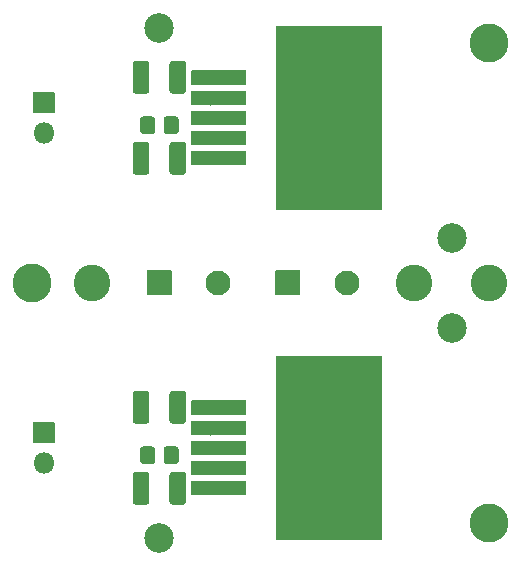
<source format=gbr>
%TF.GenerationSoftware,KiCad,Pcbnew,(5.1.7)-1*%
%TF.CreationDate,2021-01-12T16:04:50+01:00*%
%TF.ProjectId,TheDrut_2,54686544-7275-4745-9f32-2e6b69636164,rev?*%
%TF.SameCoordinates,Original*%
%TF.FileFunction,Soldermask,Top*%
%TF.FilePolarity,Negative*%
%FSLAX46Y46*%
G04 Gerber Fmt 4.6, Leading zero omitted, Abs format (unit mm)*
G04 Created by KiCad (PCBNEW (5.1.7)-1) date 2021-01-12 16:04:50*
%MOMM*%
%LPD*%
G01*
G04 APERTURE LIST*
%ADD10C,3.100000*%
%ADD11C,3.300000*%
%ADD12C,2.100000*%
%ADD13C,2.500000*%
%ADD14O,1.800000X1.800000*%
%ADD15C,1.300000*%
%ADD16C,1.200000*%
G04 APERTURE END LIST*
G36*
G01*
X94400000Y-63892864D02*
X94400000Y-66155136D01*
G75*
G02*
X94131136Y-66424000I-268864J0D01*
G01*
X93243864Y-66424000D01*
G75*
G02*
X92975000Y-66155136I0J268864D01*
G01*
X92975000Y-63892864D01*
G75*
G02*
X93243864Y-63624000I268864J0D01*
G01*
X94131136Y-63624000D01*
G75*
G02*
X94400000Y-63892864I0J-268864D01*
G01*
G37*
G36*
G01*
X97525000Y-63892864D02*
X97525000Y-66155136D01*
G75*
G02*
X97256136Y-66424000I-268864J0D01*
G01*
X96368864Y-66424000D01*
G75*
G02*
X96100000Y-66155136I0J268864D01*
G01*
X96100000Y-63892864D01*
G75*
G02*
X96368864Y-63624000I268864J0D01*
G01*
X97256136Y-63624000D01*
G75*
G02*
X97525000Y-63892864I0J-268864D01*
G01*
G37*
G36*
G01*
X97920000Y-58745000D02*
X97920000Y-57645000D01*
G75*
G02*
X97970000Y-57595000I50000J0D01*
G01*
X102570000Y-57595000D01*
G75*
G02*
X102620000Y-57645000I0J-50000D01*
G01*
X102620000Y-58745000D01*
G75*
G02*
X102570000Y-58795000I-50000J0D01*
G01*
X97970000Y-58795000D01*
G75*
G02*
X97920000Y-58745000I0J50000D01*
G01*
G37*
G36*
G01*
X97920000Y-60445000D02*
X97920000Y-59345000D01*
G75*
G02*
X97970000Y-59295000I50000J0D01*
G01*
X102570000Y-59295000D01*
G75*
G02*
X102620000Y-59345000I0J-50000D01*
G01*
X102620000Y-60445000D01*
G75*
G02*
X102570000Y-60495000I-50000J0D01*
G01*
X97970000Y-60495000D01*
G75*
G02*
X97920000Y-60445000I0J50000D01*
G01*
G37*
G36*
G01*
X97920000Y-62145000D02*
X97920000Y-61045000D01*
G75*
G02*
X97970000Y-60995000I50000J0D01*
G01*
X102570000Y-60995000D01*
G75*
G02*
X102620000Y-61045000I0J-50000D01*
G01*
X102620000Y-62145000D01*
G75*
G02*
X102570000Y-62195000I-50000J0D01*
G01*
X97970000Y-62195000D01*
G75*
G02*
X97920000Y-62145000I0J50000D01*
G01*
G37*
G36*
G01*
X97920000Y-63845000D02*
X97920000Y-62745000D01*
G75*
G02*
X97970000Y-62695000I50000J0D01*
G01*
X102570000Y-62695000D01*
G75*
G02*
X102620000Y-62745000I0J-50000D01*
G01*
X102620000Y-63845000D01*
G75*
G02*
X102570000Y-63895000I-50000J0D01*
G01*
X97970000Y-63895000D01*
G75*
G02*
X97920000Y-63845000I0J50000D01*
G01*
G37*
G36*
G01*
X97920000Y-65545000D02*
X97920000Y-64445000D01*
G75*
G02*
X97970000Y-64395000I50000J0D01*
G01*
X102570000Y-64395000D01*
G75*
G02*
X102620000Y-64445000I0J-50000D01*
G01*
X102620000Y-65545000D01*
G75*
G02*
X102570000Y-65595000I-50000J0D01*
G01*
X97970000Y-65595000D01*
G75*
G02*
X97920000Y-65545000I0J50000D01*
G01*
G37*
G36*
G01*
X105120000Y-69345000D02*
X105120000Y-53845000D01*
G75*
G02*
X105170000Y-53795000I50000J0D01*
G01*
X114070000Y-53795000D01*
G75*
G02*
X114120000Y-53845000I0J-50000D01*
G01*
X114120000Y-69345000D01*
G75*
G02*
X114070000Y-69395000I-50000J0D01*
G01*
X105170000Y-69395000D01*
G75*
G02*
X105120000Y-69345000I0J50000D01*
G01*
G37*
G36*
G01*
X97920000Y-30805000D02*
X97920000Y-29705000D01*
G75*
G02*
X97970000Y-29655000I50000J0D01*
G01*
X102570000Y-29655000D01*
G75*
G02*
X102620000Y-29705000I0J-50000D01*
G01*
X102620000Y-30805000D01*
G75*
G02*
X102570000Y-30855000I-50000J0D01*
G01*
X97970000Y-30855000D01*
G75*
G02*
X97920000Y-30805000I0J50000D01*
G01*
G37*
G36*
G01*
X97920000Y-32505000D02*
X97920000Y-31405000D01*
G75*
G02*
X97970000Y-31355000I50000J0D01*
G01*
X102570000Y-31355000D01*
G75*
G02*
X102620000Y-31405000I0J-50000D01*
G01*
X102620000Y-32505000D01*
G75*
G02*
X102570000Y-32555000I-50000J0D01*
G01*
X97970000Y-32555000D01*
G75*
G02*
X97920000Y-32505000I0J50000D01*
G01*
G37*
G36*
G01*
X97920000Y-34205000D02*
X97920000Y-33105000D01*
G75*
G02*
X97970000Y-33055000I50000J0D01*
G01*
X102570000Y-33055000D01*
G75*
G02*
X102620000Y-33105000I0J-50000D01*
G01*
X102620000Y-34205000D01*
G75*
G02*
X102570000Y-34255000I-50000J0D01*
G01*
X97970000Y-34255000D01*
G75*
G02*
X97920000Y-34205000I0J50000D01*
G01*
G37*
G36*
G01*
X97920000Y-35905000D02*
X97920000Y-34805000D01*
G75*
G02*
X97970000Y-34755000I50000J0D01*
G01*
X102570000Y-34755000D01*
G75*
G02*
X102620000Y-34805000I0J-50000D01*
G01*
X102620000Y-35905000D01*
G75*
G02*
X102570000Y-35955000I-50000J0D01*
G01*
X97970000Y-35955000D01*
G75*
G02*
X97920000Y-35905000I0J50000D01*
G01*
G37*
G36*
G01*
X97920000Y-37605000D02*
X97920000Y-36505000D01*
G75*
G02*
X97970000Y-36455000I50000J0D01*
G01*
X102570000Y-36455000D01*
G75*
G02*
X102620000Y-36505000I0J-50000D01*
G01*
X102620000Y-37605000D01*
G75*
G02*
X102570000Y-37655000I-50000J0D01*
G01*
X97970000Y-37655000D01*
G75*
G02*
X97920000Y-37605000I0J50000D01*
G01*
G37*
G36*
G01*
X105120000Y-41405000D02*
X105120000Y-25905000D01*
G75*
G02*
X105170000Y-25855000I50000J0D01*
G01*
X114070000Y-25855000D01*
G75*
G02*
X114120000Y-25905000I0J-50000D01*
G01*
X114120000Y-41405000D01*
G75*
G02*
X114070000Y-41455000I-50000J0D01*
G01*
X105170000Y-41455000D01*
G75*
G02*
X105120000Y-41405000I0J50000D01*
G01*
G37*
D10*
X123190000Y-47625000D03*
X116840000Y-47625000D03*
X89535000Y-47625000D03*
D11*
X123190000Y-27305000D03*
X123190000Y-67945000D03*
X84455000Y-47625000D03*
G36*
G01*
X105075000Y-48625000D02*
X105075000Y-46625000D01*
G75*
G02*
X105125000Y-46575000I50000J0D01*
G01*
X107125000Y-46575000D01*
G75*
G02*
X107175000Y-46625000I0J-50000D01*
G01*
X107175000Y-48625000D01*
G75*
G02*
X107125000Y-48675000I-50000J0D01*
G01*
X105125000Y-48675000D01*
G75*
G02*
X105075000Y-48625000I0J50000D01*
G01*
G37*
D12*
X111125000Y-47625000D03*
G36*
G01*
X94200000Y-48625000D02*
X94200000Y-46625000D01*
G75*
G02*
X94250000Y-46575000I50000J0D01*
G01*
X96250000Y-46575000D01*
G75*
G02*
X96300000Y-46625000I0J-50000D01*
G01*
X96300000Y-48625000D01*
G75*
G02*
X96250000Y-48675000I-50000J0D01*
G01*
X94250000Y-48675000D01*
G75*
G02*
X94200000Y-48625000I0J50000D01*
G01*
G37*
X100250000Y-47625000D03*
G36*
G01*
X95600000Y-62709168D02*
X95600000Y-61750832D01*
G75*
G02*
X95870832Y-61480000I270832J0D01*
G01*
X96629168Y-61480000D01*
G75*
G02*
X96900000Y-61750832I0J-270832D01*
G01*
X96900000Y-62709168D01*
G75*
G02*
X96629168Y-62980000I-270832J0D01*
G01*
X95870832Y-62980000D01*
G75*
G02*
X95600000Y-62709168I0J270832D01*
G01*
G37*
G36*
G01*
X93600000Y-62709168D02*
X93600000Y-61750832D01*
G75*
G02*
X93870832Y-61480000I270832J0D01*
G01*
X94629168Y-61480000D01*
G75*
G02*
X94900000Y-61750832I0J-270832D01*
G01*
X94900000Y-62709168D01*
G75*
G02*
X94629168Y-62980000I-270832J0D01*
G01*
X93870832Y-62980000D01*
G75*
G02*
X93600000Y-62709168I0J270832D01*
G01*
G37*
G36*
G01*
X95600000Y-34769168D02*
X95600000Y-33810832D01*
G75*
G02*
X95870832Y-33540000I270832J0D01*
G01*
X96629168Y-33540000D01*
G75*
G02*
X96900000Y-33810832I0J-270832D01*
G01*
X96900000Y-34769168D01*
G75*
G02*
X96629168Y-35040000I-270832J0D01*
G01*
X95870832Y-35040000D01*
G75*
G02*
X95600000Y-34769168I0J270832D01*
G01*
G37*
G36*
G01*
X93600000Y-34769168D02*
X93600000Y-33810832D01*
G75*
G02*
X93870832Y-33540000I270832J0D01*
G01*
X94629168Y-33540000D01*
G75*
G02*
X94900000Y-33810832I0J-270832D01*
G01*
X94900000Y-34769168D01*
G75*
G02*
X94629168Y-35040000I-270832J0D01*
G01*
X93870832Y-35040000D01*
G75*
G02*
X93600000Y-34769168I0J270832D01*
G01*
G37*
D13*
X120015000Y-51435000D03*
X95250000Y-69215000D03*
D14*
X85471000Y-62865000D03*
G36*
G01*
X84571000Y-61175000D02*
X84571000Y-59475000D01*
G75*
G02*
X84621000Y-59425000I50000J0D01*
G01*
X86321000Y-59425000D01*
G75*
G02*
X86371000Y-59475000I0J-50000D01*
G01*
X86371000Y-61175000D01*
G75*
G02*
X86321000Y-61225000I-50000J0D01*
G01*
X84621000Y-61225000D01*
G75*
G02*
X84571000Y-61175000I0J50000D01*
G01*
G37*
D13*
X120015000Y-43815000D03*
X95250000Y-26035000D03*
D14*
X85471000Y-34925000D03*
G36*
G01*
X84571000Y-33235000D02*
X84571000Y-31535000D01*
G75*
G02*
X84621000Y-31485000I50000J0D01*
G01*
X86321000Y-31485000D01*
G75*
G02*
X86371000Y-31535000I0J-50000D01*
G01*
X86371000Y-33235000D01*
G75*
G02*
X86321000Y-33285000I-50000J0D01*
G01*
X84621000Y-33285000D01*
G75*
G02*
X84571000Y-33235000I0J50000D01*
G01*
G37*
G36*
G01*
X96100000Y-59297136D02*
X96100000Y-57034864D01*
G75*
G02*
X96368864Y-56766000I268864J0D01*
G01*
X97256136Y-56766000D01*
G75*
G02*
X97525000Y-57034864I0J-268864D01*
G01*
X97525000Y-59297136D01*
G75*
G02*
X97256136Y-59566000I-268864J0D01*
G01*
X96368864Y-59566000D01*
G75*
G02*
X96100000Y-59297136I0J268864D01*
G01*
G37*
G36*
G01*
X92975000Y-59297136D02*
X92975000Y-57034864D01*
G75*
G02*
X93243864Y-56766000I268864J0D01*
G01*
X94131136Y-56766000D01*
G75*
G02*
X94400000Y-57034864I0J-268864D01*
G01*
X94400000Y-59297136D01*
G75*
G02*
X94131136Y-59566000I-268864J0D01*
G01*
X93243864Y-59566000D01*
G75*
G02*
X92975000Y-59297136I0J268864D01*
G01*
G37*
G36*
G01*
X96100000Y-31357136D02*
X96100000Y-29094864D01*
G75*
G02*
X96368864Y-28826000I268864J0D01*
G01*
X97256136Y-28826000D01*
G75*
G02*
X97525000Y-29094864I0J-268864D01*
G01*
X97525000Y-31357136D01*
G75*
G02*
X97256136Y-31626000I-268864J0D01*
G01*
X96368864Y-31626000D01*
G75*
G02*
X96100000Y-31357136I0J268864D01*
G01*
G37*
G36*
G01*
X92975000Y-31357136D02*
X92975000Y-29094864D01*
G75*
G02*
X93243864Y-28826000I268864J0D01*
G01*
X94131136Y-28826000D01*
G75*
G02*
X94400000Y-29094864I0J-268864D01*
G01*
X94400000Y-31357136D01*
G75*
G02*
X94131136Y-31626000I-268864J0D01*
G01*
X93243864Y-31626000D01*
G75*
G02*
X92975000Y-31357136I0J268864D01*
G01*
G37*
G36*
G01*
X94400000Y-35952864D02*
X94400000Y-38215136D01*
G75*
G02*
X94131136Y-38484000I-268864J0D01*
G01*
X93243864Y-38484000D01*
G75*
G02*
X92975000Y-38215136I0J268864D01*
G01*
X92975000Y-35952864D01*
G75*
G02*
X93243864Y-35684000I268864J0D01*
G01*
X94131136Y-35684000D01*
G75*
G02*
X94400000Y-35952864I0J-268864D01*
G01*
G37*
G36*
G01*
X97525000Y-35952864D02*
X97525000Y-38215136D01*
G75*
G02*
X97256136Y-38484000I-268864J0D01*
G01*
X96368864Y-38484000D01*
G75*
G02*
X96100000Y-38215136I0J268864D01*
G01*
X96100000Y-35952864D01*
G75*
G02*
X96368864Y-35684000I268864J0D01*
G01*
X97256136Y-35684000D01*
G75*
G02*
X97525000Y-35952864I0J-268864D01*
G01*
G37*
D15*
X96812500Y-37592000D03*
D16*
X100270000Y-37055000D03*
D15*
X96812500Y-65532000D03*
D16*
X100270000Y-64995000D03*
X99070000Y-37055000D03*
X101470000Y-37055000D03*
X99070000Y-64995000D03*
X101470000Y-64995000D03*
D15*
X93687500Y-29718000D03*
X93687500Y-37592000D03*
X93687500Y-57658000D03*
X93687500Y-65532000D03*
X96812500Y-29718000D03*
X96812500Y-57658000D03*
X94250000Y-34290000D03*
X99635000Y-31955000D03*
X94250000Y-62230000D03*
X99635000Y-59895000D03*
M02*

</source>
